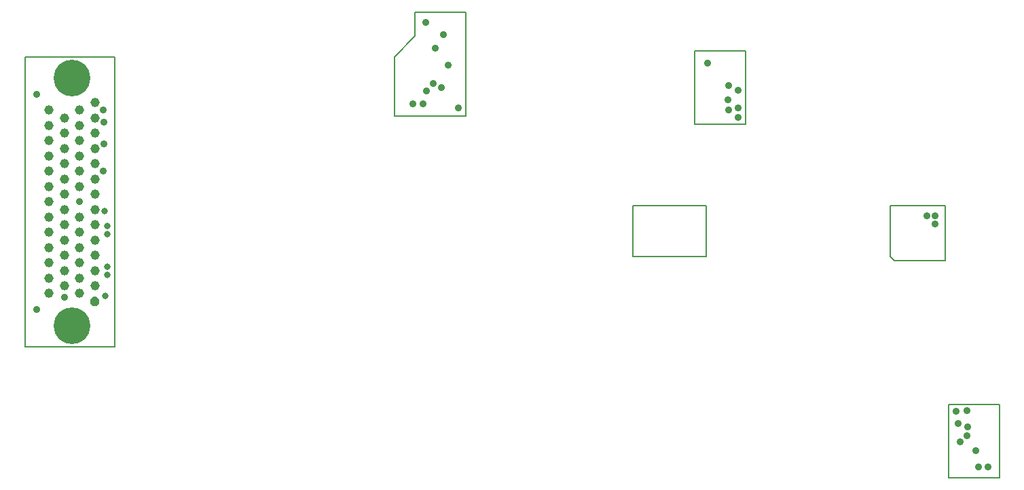
<source format=gbr>
G04 start of page 8 for group 6 idx 8
G04 Title: TFlex, Rigid *
G04 Creator: pcb-bin 20060822 *
G04 CreationDate: Thu May  3 09:54:56 2007 UTC *
G04 For: stephan *
G04 Format: Gerber/RS-274X *
G04 PCB-Dimensions: 500000 300000 *
G04 PCB-Coordinate-Origin: lower left *
%MOIN*%
%FSLAX24Y24*%
%LNGROUP6*%
%ADD11C,0.0060*%
%ADD12C,0.0460*%
%ADD13C,0.0200*%
%ADD14C,0.1800*%
%ADD15C,0.0360*%
%ADD16C,0.0320*%
%ADD17C,0.0260*%
%ADD18C,0.1050*%
%ADD19C,0.0120*%
G54D11*X48725Y7675D02*Y4075D01*
X46225D02*Y7675D01*
X48725Y4075D02*X46225D01*
X48725Y7675D02*X46225D01*
X36275Y25025D02*Y21425D01*
X33775D02*Y25025D01*
X36275Y21425D02*X33775D01*
X34325Y17425D02*Y14925D01*
X36275Y25025D02*X33775D01*
X46075Y14725D02*Y17425D01*
X43575Y14725D02*X43375Y14925D01*
X46075Y14725D02*X43575D01*
X43375Y14925D02*Y17425D01*
X46075D02*X43375D01*
X34325Y14925D02*X30725D01*
Y17425D01*
X34325D01*
X22550Y21850D02*Y26950D01*
X20050D01*
X19025Y24750D02*Y21850D01*
X20050Y26950D02*Y25775D01*
X19025Y24750D01*
Y21850D02*X22550D01*
X5300Y10500D02*Y24750D01*
X900Y10500D02*X5300D01*
X900Y24750D02*Y10500D01*
X5300Y24750D02*X900D01*
G54D12*X4325Y15000D03*
Y15750D03*
Y16500D03*
Y17250D03*
Y18000D03*
Y18750D03*
Y19500D03*
Y20250D03*
Y21000D03*
Y21750D03*
Y22500D03*
X3575Y14625D03*
Y15375D03*
Y16125D03*
Y16875D03*
Y18375D03*
Y19125D03*
Y19875D03*
Y20625D03*
Y21375D03*
X4325Y13500D03*
Y14250D03*
X3575Y13125D03*
G54D13*G36*
X4555Y12845D02*X4420Y12980D01*
X4229D01*
X4095Y12845D01*
Y12654D01*
X4229Y12520D01*
X4420D01*
X4555Y12654D01*
Y12845D01*
G37*
G54D12*X3575Y13875D03*
X2825Y18000D03*
Y18750D03*
Y19500D03*
Y20250D03*
Y21000D03*
Y21750D03*
Y15000D03*
Y15750D03*
X2075Y15375D03*
X2825Y16500D03*
Y17250D03*
X2075Y16125D03*
Y16875D03*
X3575Y22125D03*
G54D14*X3200Y23700D03*
G54D12*X2075Y22125D03*
X2825Y13500D03*
Y14250D03*
X2075Y13125D03*
Y13875D03*
G54D14*X3200Y11550D03*
G54D12*X2075Y14625D03*
Y17625D03*
Y19875D03*
Y20625D03*
Y18375D03*
Y21375D03*
Y19125D03*
G54D15*X48180Y4620D03*
X47705D03*
X47575Y5420D03*
X47155Y6150D03*
X46815Y5845D03*
X47170Y6585D03*
X47135Y7380D03*
X46710Y6730D03*
X46610Y7350D03*
X45575Y16925D03*
Y16525D03*
X45175Y16925D03*
X35900Y21775D03*
X35445Y22130D03*
X35890Y22240D03*
X35390Y22645D03*
X35445Y23330D03*
X35890Y23120D03*
X34400Y24450D03*
X22175Y22225D03*
X21675Y24325D03*
X21425Y25825D03*
X21350Y23225D03*
X21050Y25175D03*
X20925Y23425D03*
X20600Y23075D03*
X20575Y26425D03*
X20425Y22425D03*
X19950D03*
X4775Y20475D03*
G54D16*X4800Y17175D03*
G54D15*X4725Y19125D03*
X3575Y17625D03*
X4775Y21525D03*
X4725Y22125D03*
X1475Y22900D03*
G54D16*X4950Y14025D03*
Y14425D03*
Y16425D03*
X4925Y16025D03*
X4825Y13000D03*
G54D15*X2825Y12925D03*
X1475Y12350D03*
G54D17*%LNGROUP6_C1*%
%LPC*%
G54D18*G54D17*G54D18*G54D17*G54D19*M02*

</source>
